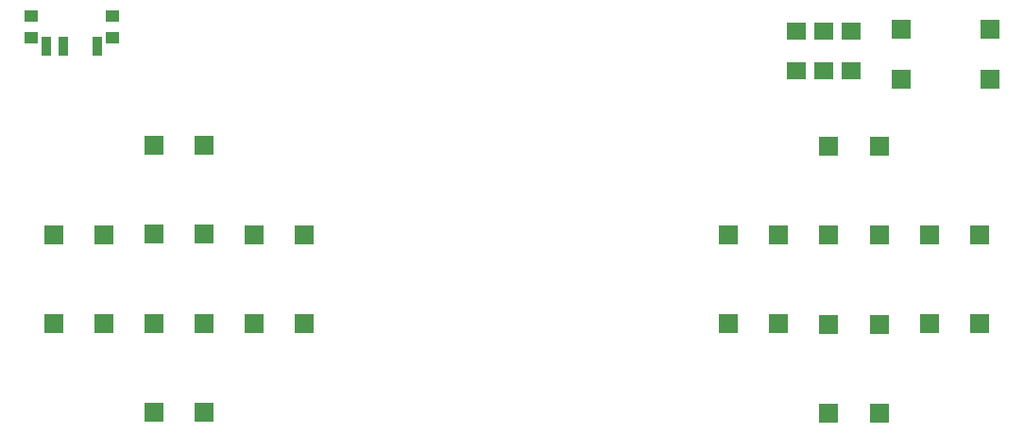
<source format=gtp>
G04 #@! TF.FileFunction,Paste,Top*
%FSLAX46Y46*%
G04 Gerber Fmt 4.6, Leading zero omitted, Abs format (unit mm)*
G04 Created by KiCad (PCBNEW 4.0.2+dfsg1-stable) date Sat 12 May 2018 07:31:38 PM EDT*
%MOMM*%
G01*
G04 APERTURE LIST*
%ADD10C,0.100000*%
%ADD11R,1.800000X1.500000*%
%ADD12R,1.750000X1.750000*%
%ADD13R,0.900000X1.700000*%
%ADD14R,1.200000X1.000000*%
G04 APERTURE END LIST*
D10*
D11*
X173100000Y-75700000D03*
X173100000Y-79300000D03*
X175550000Y-75700000D03*
X175550000Y-79300000D03*
X178000000Y-75700000D03*
X178000000Y-79300000D03*
D12*
X115500000Y-102000000D03*
X115500000Y-109950000D03*
X120000000Y-109950000D03*
X120000000Y-102000000D03*
X124500000Y-94000000D03*
X124500000Y-101950000D03*
X129000000Y-101950000D03*
X129000000Y-94000000D03*
X106500000Y-94000000D03*
X106500000Y-101950000D03*
X111000000Y-101950000D03*
X111000000Y-94000000D03*
X115500000Y-86000000D03*
X115500000Y-93950000D03*
X120000000Y-93950000D03*
X120000000Y-86000000D03*
X180500000Y-110000000D03*
X180500000Y-102050000D03*
X176000000Y-102050000D03*
X176000000Y-110000000D03*
X189500000Y-102000000D03*
X189500000Y-94050000D03*
X185000000Y-94050000D03*
X185000000Y-102000000D03*
X171500000Y-102000000D03*
X171500000Y-94050000D03*
X167000000Y-94050000D03*
X167000000Y-102000000D03*
X180500000Y-94000000D03*
X180500000Y-86050000D03*
X176000000Y-86050000D03*
X176000000Y-94000000D03*
X190450000Y-75550000D03*
X182500000Y-75550000D03*
X182500000Y-80050000D03*
X190450000Y-80050000D03*
D13*
X105900000Y-77100000D03*
X107400000Y-77100000D03*
X110400000Y-77100000D03*
D14*
X111800000Y-74385000D03*
X111800000Y-76315000D03*
X104500000Y-74385000D03*
X104500000Y-76315000D03*
M02*

</source>
